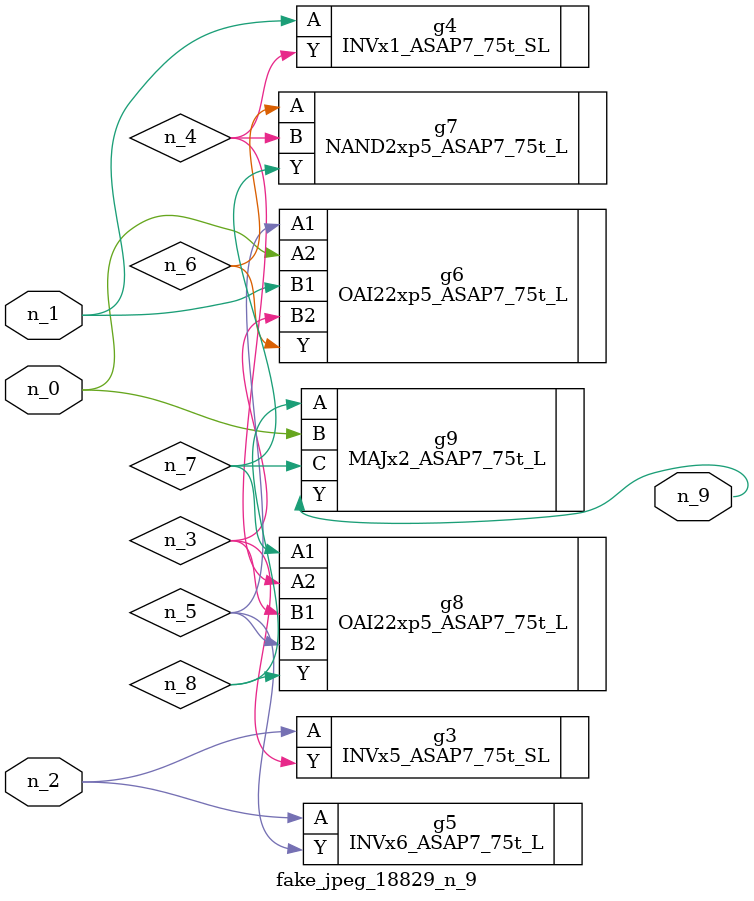
<source format=v>
module fake_jpeg_18829_n_9 (n_0, n_2, n_1, n_9);

input n_0;
input n_2;
input n_1;

output n_9;

wire n_3;
wire n_4;
wire n_8;
wire n_6;
wire n_5;
wire n_7;

INVx5_ASAP7_75t_SL g3 ( 
.A(n_2),
.Y(n_3)
);

INVx1_ASAP7_75t_SL g4 ( 
.A(n_1),
.Y(n_4)
);

INVx6_ASAP7_75t_L g5 ( 
.A(n_2),
.Y(n_5)
);

OAI22xp5_ASAP7_75t_L g6 ( 
.A1(n_5),
.A2(n_0),
.B1(n_1),
.B2(n_3),
.Y(n_6)
);

NAND2xp5_ASAP7_75t_L g7 ( 
.A(n_6),
.B(n_4),
.Y(n_7)
);

OAI22xp5_ASAP7_75t_L g8 ( 
.A1(n_7),
.A2(n_4),
.B1(n_3),
.B2(n_5),
.Y(n_8)
);

MAJx2_ASAP7_75t_L g9 ( 
.A(n_8),
.B(n_0),
.C(n_7),
.Y(n_9)
);


endmodule
</source>
